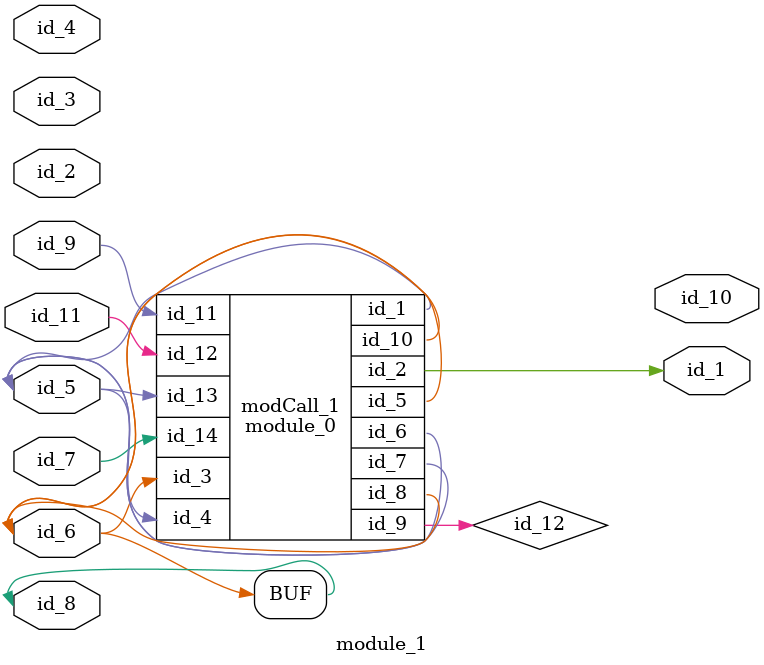
<source format=v>
module module_0 (
    id_1,
    id_2,
    id_3,
    id_4,
    id_5,
    id_6,
    id_7,
    id_8,
    id_9,
    id_10,
    id_11,
    id_12,
    id_13,
    id_14
);
  input wire id_14;
  input wire id_13;
  input wire id_12;
  input wire id_11;
  inout wire id_10;
  inout wire id_9;
  output wire id_8;
  output wire id_7;
  output wire id_6;
  output wire id_5;
  input wire id_4;
  input wire id_3;
  output wire id_2;
  output wire id_1;
  wire id_15;
endmodule
module module_1 (
    id_1,
    id_2,
    id_3,
    id_4,
    id_5,
    id_6,
    id_7,
    id_8,
    id_9,
    id_10,
    id_11
);
  input wire id_11;
  output wire id_10;
  input wire id_9;
  inout wire id_8;
  input wire id_7;
  inout wire id_6;
  inout wire id_5;
  input wire id_4;
  input wire id_3;
  inout wire id_2;
  output wire id_1;
  wire id_12;
  assign id_6 = id_8;
  module_0 modCall_1 (
      id_5,
      id_1,
      id_8,
      id_5,
      id_6,
      id_5,
      id_5,
      id_8,
      id_12,
      id_8,
      id_9,
      id_11,
      id_5,
      id_7
  );
endmodule

</source>
